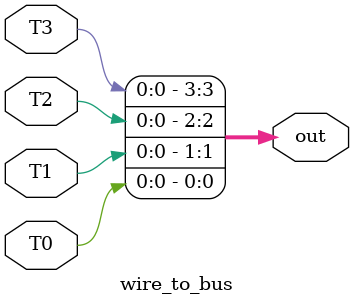
<source format=v>
module wire_to_bus(T3,T2,T1,T0,out);
input T3;
input T2;
input T1;
input T0;

output [3:0] out;

assign out = {T3,T2, T1, T0};

endmodule
</source>
